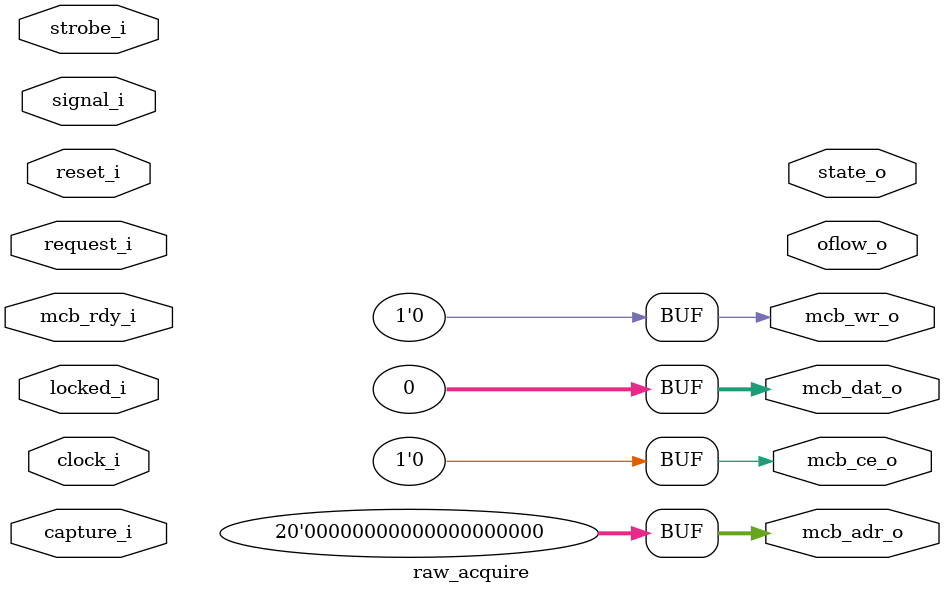
<source format=v>
`timescale 1ns/100ps
/*
 * Module      : verilog/acquire/raw_acquire.v
 * Copyright   : (C) Tim Molteno     2016
 *             : (C) Max Scheel      2016
 *             : (C) Patrick Suggate 2016
 * License     : LGPL3
 * 
 * Maintainer  : Patrick Suggate <patrick.suggate@gmail.com>
 * Stability   : Experimental
 * Portability : only tested with a Papilio board (Xilinx Spartan 6)
 * 
 * Capture raw antenna signals, buffering them in a Spartan 6 SRAM, while
 * streaming to an off-chip SDRAM.
 * 
 * NOTE:
 *  + the `x` suffix is used to tag signals of the (12x by default) sampling/
 *    correlator clock-domain;
 *  + even though the sample-clock's frequency is an integer multiple of the
 *    external clock, the phase relationship is unknown (due to the quirky
 *    Spartan 6 DCM's), thus asynchronous domain-crossing techniques must be
 *    used;
 * 
 * TODO:
 *  + replace the kinda-FIFO stuff with an actual asynchronous FIFO;
 * 
 */

`include "tartcfg.v"

module raw_acquire
  #(//  Bit-width parameters:
    parameter AXNUM = 24,       // number of antennae
    parameter MSB   = AXNUM-1,  // MSB of antenna signal
    parameter ABITS = 20,       // DRAM controller address bit-width
//     parameter ASB   = ABITS-2,  // TODO: MSB of DRAM address??
    parameter ASB   = ABITS-1,  // MSB of DRAM address

    //  Additional settings:
    parameter RESET = 0,        // enable reset-to-zero (0/1)?

    //  Simulation-only parameters:
    parameter DELAY = 3)
   (
    input          clock_i, // bus clock
    input          reset_i, // bus-domain reset

    //  Module control-signals:
    input          capture_i, // enable raw-data capture (0/1)
    input          request_i, // retrieve sample from SDRAM

    //  Raw signal data input:
    //  NOTE: Bus clock-domain (6x, DDR oversampled).
    input          locked_i,
    input          strobe_i, // bus-domain signal-strobe
    input [MSB:0]  signal_i, // supersampled & aligned antenna signals

    //  Memory Controller Block (MCB) signals:
    output         mcb_ce_o,
    output         mcb_wr_o,
    input          mcb_rdy_i,
    output [ASB:0] mcb_adr_o,
    output [31:0]  mcb_dat_o,

    //  Debug/info signal outputs:
    output         oflow_o, // FIFO overflow?
    output [2:0]   state_o      // just for debug info
    );


   //-------------------------------------------------------------------------
   //  Acquistion-block signals:
   //  TODO: Which domains do these belong to?
   wire [MSB:0]    rdata;
   wire [8:0]      raddr, waddr;


`ifdef __USE_ACQUISITION
   //-------------------------------------------------------------------------
   //  Increment address after each write.
   //-------------------------------------------------------------------------
   reg             write = 1'b0;

   always @(posedge clock_i)
     write <= #DELAY locked_i && strobe_i;

       
   //-------------------------------------------------------------------------
   //  Xilinx block SRAM for temporary buffering.
   //-------------------------------------------------------------------------
   //  NOTE: Functions as a FIFO, but with the control-logic spread between
   //    this and the 'fifo_sdram_fifo_scheduler' modules.
   block_buffer AQ_BB
     ( // read port:
       .read_clock_i   (clock_i),
       .read_address_i (raddr),
       .read_data_o    (rdata),
       // write port:
       .write_clock_i  (clock_i),
       .write_enable_i (write),
       .write_address_i(waddr),
       .write_data_i   (signal_i)
       );


   //-------------------------------------------------------------------------
   //  Storage block controller.
   //-------------------------------------------------------------------------
   //  NOTE: Bus-clock domain.
   fifo_control
     #(.SDRAM_ADDRESS_WIDTH(ABITS+1))
   SCHEDULER0
     ( .clock_i (clock_i),           // bus-clock
       .reset_i (reset_i),           // global reset (bus-domain)
       .enable_i(capture_i),
       .strobe_i(write),

       .bb_rd_adr_o(raddr),
       .bb_wr_adr_o(waddr),
       .bb_rd_dat_i(rdata),

       .aq_rd_req_i(request_i),

       .cmd_request(mcb_ce_o),
       .cmd_write  (mcb_wr_o),
       .cmd_waiting(mcb_rdy_i),
       .cmd_address(mcb_adr_o),
       .cmd_data_in(mcb_dat_o),

       .overflow_o (oflow_o),
       .aq_state_o (state_o)
       );


`else // !`ifdef __USE_ACQUISITION
   //-------------------------------------------------------------------------
   //  Just sleep the Memory Controller Block (MCB) if not using the raw-data
   //  acquisition block.
   //-------------------------------------------------------------------------
   assign mcb_ce_o  = 1'b0;
   assign mcb_wr_o  = 1'b0;
   assign mcb_adr_o = {(ABITS-1){1'b0}};
   assign mcb_dat_o = {32{1'b0}};

`endif // !`ifdef __USE_ACQUISITION


endmodule // raw_acquire

</source>
